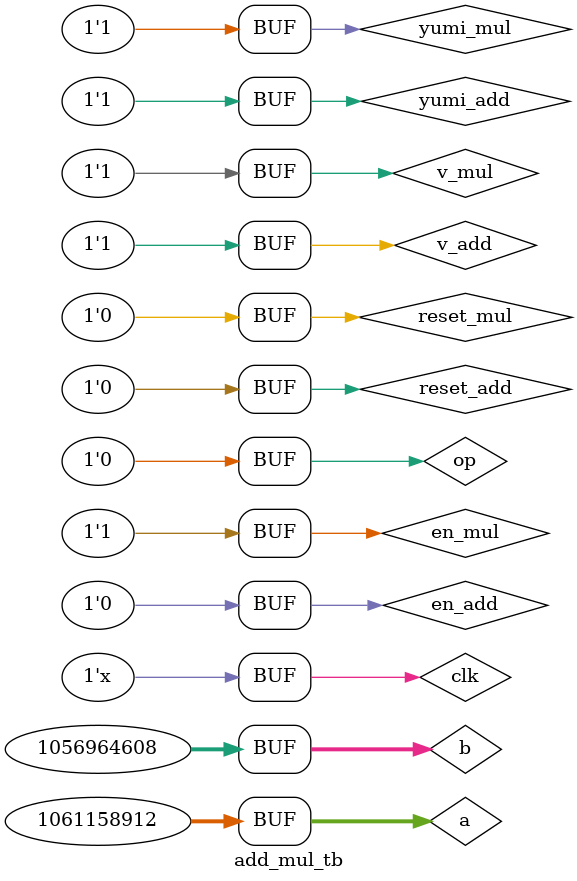
<source format=sv>
`timescale 1ns/1ps

module add_mul_tb;

  // Parameters
  parameter E_P = 8;  // exponent width
  parameter M_P = 23; // fraction width

  // Signals
  reg clk;
  reg reset_add;
  reg en_add;
  reg v_add;
  reg yumi_add;
  reg op; //操作符，0表示加法，1表示减法
  reg [E_P+M_P:0] a;
  reg [E_P+M_P:0] b;

  reg reset_mul;
  reg en_mul;
  reg v_mul;
  reg yumi_mul;

  wire ready_and;
  wire v_o_add;
  wire v_o_mul;
  wire [E_P+M_P:0] z_o_add;
  wire [E_P+M_P:0] z_o_mul;
  wire unimplemented_o;
  wire invalid_o;
  wire overflow_o;
  wire underflow_o;
  

  // Instantiate the DUT
  // bsg_fpu_mul #(
  //   .e_p(E_P),
  //   .m_p(M_P)
  // ) dut_mul (
  //   .clk_i(clk),
  //   .reset_i(reset_mul),
  //   .en_i(en_mul),
  //   .v_i(v_mul),
  //   .a_i(a),
  //   .b_i(b),
  //   .ready_and_o(ready_and),
  //   .v_o(v_o_mul),
  //   .z_o(z_o_mul),
  //   .unimplemented_o(unimplemented_o),
  //   .invalid_o(invalid_o),
  //   .overflow_o(overflow_o),
  //   .underflow_o(underflow_o),
  //   .yumi_i(yumi_mul)
  // );

  bsg_fpu_add_sub #(
    .e_p(E_P),
    .m_p(M_P)
  ) dut_add (
    .clk_i(clk),
    .reset_i(reset_add),
    .en_i(en_add),
    .v_i(v_add),
    .a_i(a),
    .b_i(b),
    .sub_i(op),
    .ready_and_o(ready_and),
    .v_o(v_o_add),
    .z_o(z_o_add),
    .unimplemented_o(unimplemented_o),
    .invalid_o(invalid_o),
    .overflow_o(overflow_o),
    .underflow_o(underflow_o),
    .yumi_i(yumi_add)
  );

  // Test stimulus
  initial begin
    // Initialize inputs
    clk = 0;
    reset_add = 1;
    reset_mul = 1;

    // Release reset
    reset_add = 0;
    reset_mul = 0;
    en_add = 1;
    v_add = 1;
    yumi_add = 1;
    op = 0;
    // Test case 1: Normal operation
    a = 32'b0_10000000_10000000000000000000000; // Example input values
    b = 32'b0_10000000_10000000000000000000000;

    #10
    reset_add=0;

    #10
    en_mul = 1; en_add= 0;
    v_mul = 1;
    yumi_mul = 1;
    // Test case 2: Overflow
    a = 32'b0_01111110_10000000000000000000000;
    b = 32'b0_01111110_00000000000000000000000;
    #20;

    // Add more test cases as needed...

  end

  always #5 clk = ~clk;

endmodule

</source>
